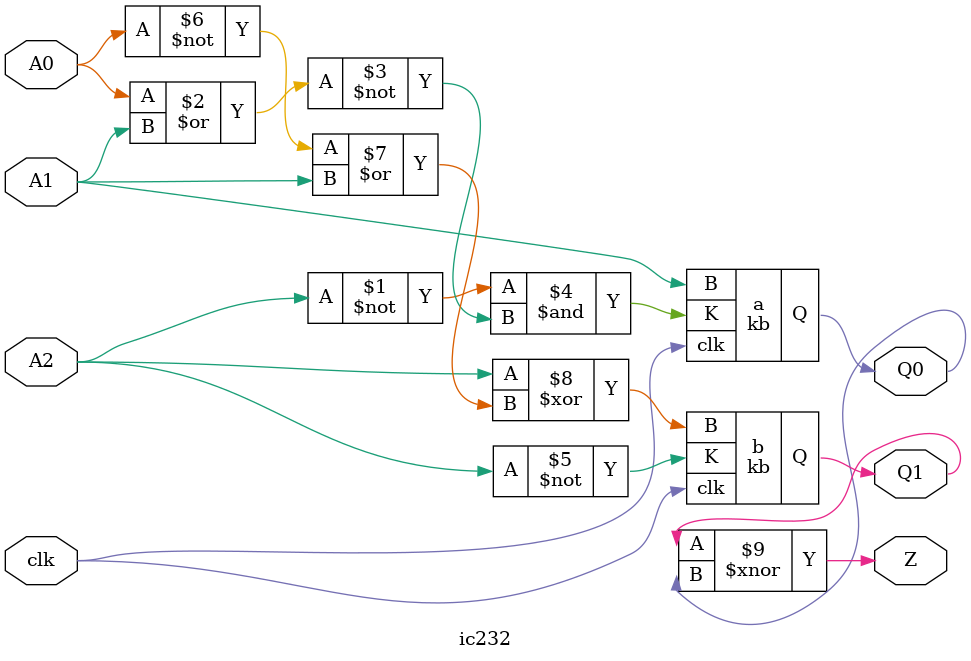
<source format=v>
`timescale 1ns / 1ps
module kb(
	input K,
	input B,
	input clk,
	output reg Q
	);
    
	initial begin
		Q = 0;
	end
	 
	// write your code here
	always@(posedge clk)
	begin
	if(~K&~B)begin Q = ~Q; end
	else if(~K&B) begin Q = 0; end
	else if(K&~B) begin Q = 1; end
	else if(K&B) begin Q = Q; end
	end
endmodule


module ic232(
	input A0, 
	input A1, 
	input A2, 
	input clk,
	output Q0,
	output Q1,
	output Z
	);
	// write your code here
	kb a(~A2 & ~(A0 | A1),A1,clk,Q0);
	kb b(~A2,A2 ^ (~A0 |A1),clk,Q1);
	assign Z = (Q1^~Q0);
endmodule

</source>
